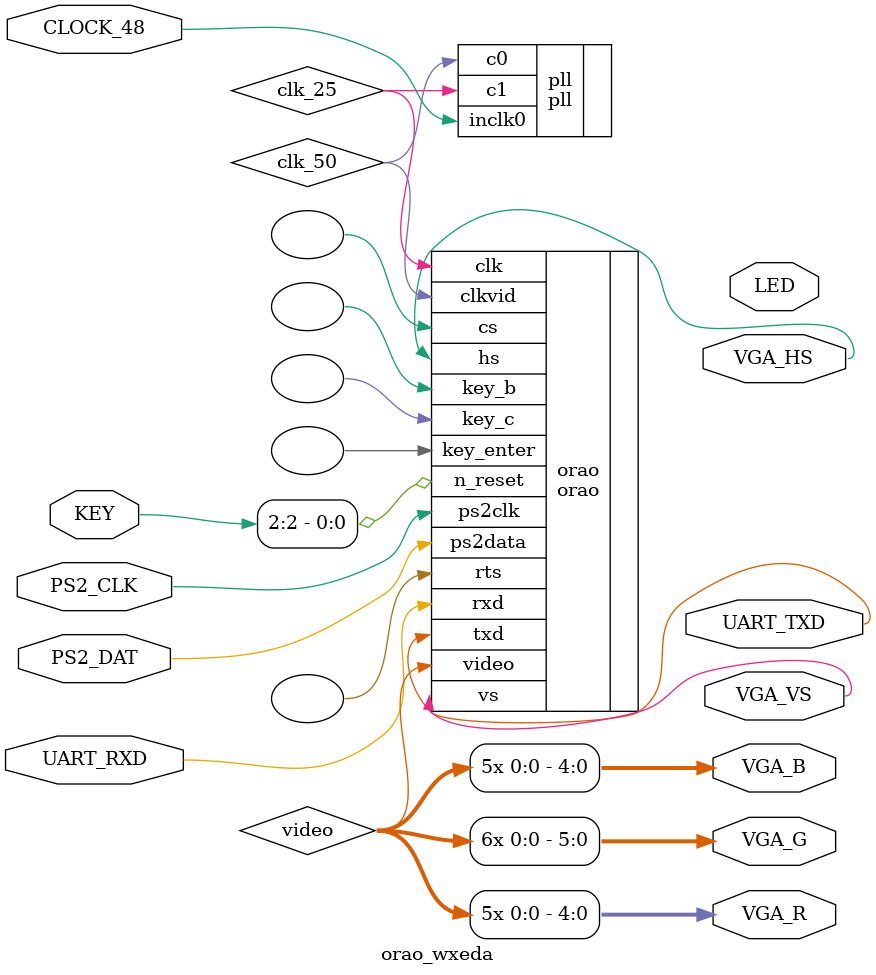
<source format=sv>
module orao_wxeda(
	output   [3:0] 	LED,
	output  	[4:0] 	VGA_R,
	output  	[5:0] 	VGA_G,
	output  	[4:0] 	VGA_B,
	output        		VGA_HS,
	output        		VGA_VS,
	input         		CLOCK_48,
	input         		PS2_DAT,
	input         		PS2_CLK,
	input 	[3:0] 	KEY,
	input         		UART_RXD,	
	output        		UART_TXD
	);

wire   		video;
assign 		VGA_R = {video,video,video,video,video};
assign 		VGA_G = {video,video,video,video,video,video};
assign 		VGA_B = {video,video,video,video,video};
wire 			clk_50, clk_25;

pll pll (
	.inclk0			( CLOCK_48		),
	.c0				( clk_50			),
	.c1				( clk_25			)
);

orao #(.ram_kb(6), .clk_mhz(25), .serial_baud(9600)) orao (
	.n_reset		( KEY[2]			),
	.clk			( clk_25			),
	.clkvid		( clk_50			),
	.video		( video 			),
	.hs			( VGA_HS			),
	.vs			( VGA_VS			),
	.cs			( 					),
	.rxd			( UART_RXD		),
	.txd			( UART_TXD		),
	.rts			( 					),
	.key_b      ( 					),
	.key_c      ( 					),
	.key_enter  ( 					),
	.ps2clk		( PS2_CLK  		),
	.ps2data		( PS2_DAT		)
);

endmodule 
</source>
